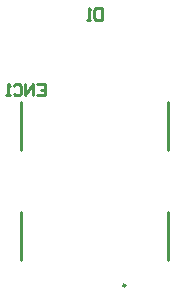
<source format=gbr>
%TF.GenerationSoftware,Altium Limited,Altium Designer,20.1.8 (145)*%
G04 Layer_Color=15790320*
%FSLAX44Y44*%
%MOMM*%
%TF.SameCoordinates,BF84AABB-580B-4B44-99C5-09E2CFC6D698*%
%TF.FilePolarity,Positive*%
%TF.FileFunction,Legend,Bot*%
%TF.Part,Single*%
G01*
G75*
%TA.AperFunction,NonConductor*%
%ADD42C,0.1000*%
%ADD43C,0.2540*%
D42*
X10014871Y10133019D02*
G03*
X10014871Y10133019I-500J0D01*
G01*
D43*
X10026151Y9911370D02*
G03*
X10026151Y9911370I-821J0D01*
G01*
X10062000Y10026000D02*
Y10067000D01*
Y9933000D02*
Y9974000D01*
X9938000Y10026000D02*
Y10067000D01*
Y9933000D02*
Y9974000D01*
X10006664Y10145999D02*
Y10136002D01*
X10001666D01*
X10000000Y10137668D01*
Y10144332D01*
X10001666Y10145999D01*
X10006664D01*
X9996667Y10136002D02*
X9993336D01*
X9995002D01*
Y10145999D01*
X9996667Y10144332D01*
X9951497Y10082241D02*
X9958161D01*
Y10072244D01*
X9951497D01*
X9958161Y10077242D02*
X9954829D01*
X9948165Y10072244D02*
Y10082241D01*
X9941500Y10072244D01*
Y10082241D01*
X9931503Y10080574D02*
X9933170Y10082241D01*
X9936501D01*
X9938168Y10080574D01*
Y10073910D01*
X9936501Y10072244D01*
X9933170D01*
X9931503Y10073910D01*
X9928171Y10072244D02*
X9924839D01*
X9926505D01*
Y10082241D01*
X9928171Y10080574D01*
%TF.MD5,c64abd9336d65782110de39a90cf8b41*%
M02*

</source>
